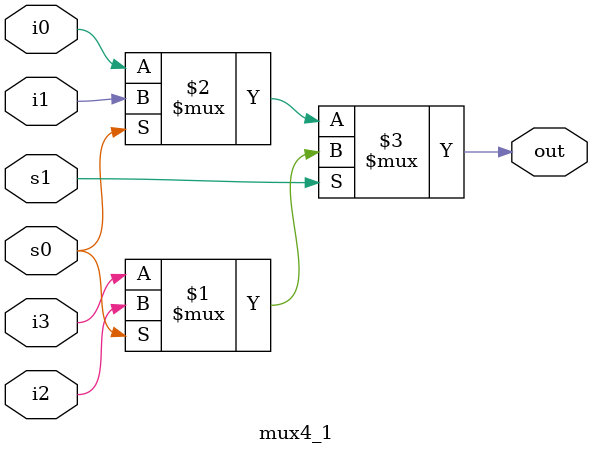
<source format=v>
module mux4_1(output out,
              input  s0,s1,i0,i1,i2,i3);
              assign out = s1 ? (s0 ? i2 : i3):(s0 ? i1 : i0);
            
endmodule
</source>
